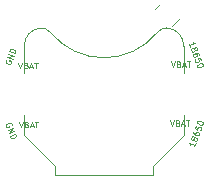
<source format=gbr>
G04 #@! TF.FileFunction,Legend,Top*
%FSLAX46Y46*%
G04 Gerber Fmt 4.6, Leading zero omitted, Abs format (unit mm)*
G04 Created by KiCad (PCBNEW 4.0.5+dfsg1-4) date Mon Mar 11 19:24:06 2019*
%MOMM*%
%LPD*%
G01*
G04 APERTURE LIST*
%ADD10C,0.100000*%
%ADD11C,0.050000*%
%ADD12C,0.120000*%
G04 APERTURE END LIST*
D10*
D11*
X57325000Y-21650000D02*
X57350000Y-21650000D01*
X56750000Y-22225000D02*
X57325000Y-21650000D01*
X55350000Y-20825000D02*
X55775000Y-20400000D01*
D10*
X43778572Y-30326190D02*
X43945239Y-30826190D01*
X44111905Y-30326190D01*
X44445238Y-30564286D02*
X44516667Y-30588095D01*
X44540476Y-30611905D01*
X44564286Y-30659524D01*
X44564286Y-30730952D01*
X44540476Y-30778571D01*
X44516667Y-30802381D01*
X44469048Y-30826190D01*
X44278572Y-30826190D01*
X44278572Y-30326190D01*
X44445238Y-30326190D01*
X44492857Y-30350000D01*
X44516667Y-30373810D01*
X44540476Y-30421429D01*
X44540476Y-30469048D01*
X44516667Y-30516667D01*
X44492857Y-30540476D01*
X44445238Y-30564286D01*
X44278572Y-30564286D01*
X44754762Y-30683333D02*
X44992857Y-30683333D01*
X44707143Y-30826190D02*
X44873810Y-30326190D01*
X45040476Y-30826190D01*
X45135714Y-30326190D02*
X45421428Y-30326190D01*
X45278571Y-30826190D02*
X45278571Y-30326190D01*
X58760676Y-32163064D02*
X58662956Y-32431548D01*
X58711816Y-32297306D02*
X58241970Y-32126296D01*
X58292804Y-32195473D01*
X58321265Y-32256507D01*
X58327352Y-32309398D01*
X58589913Y-31796861D02*
X58551253Y-31833465D01*
X58520735Y-31847695D01*
X58467845Y-31853782D01*
X58445472Y-31845639D01*
X58408868Y-31806978D01*
X58394637Y-31776462D01*
X58388550Y-31723571D01*
X58421123Y-31634076D01*
X58459784Y-31597473D01*
X58490301Y-31583242D01*
X58543192Y-31577156D01*
X58565565Y-31585299D01*
X58602169Y-31623959D01*
X58616399Y-31654476D01*
X58622486Y-31707367D01*
X58589913Y-31796861D01*
X58596000Y-31849752D01*
X58610230Y-31880268D01*
X58646834Y-31918929D01*
X58736328Y-31951502D01*
X58789219Y-31945415D01*
X58819736Y-31931185D01*
X58858396Y-31894581D01*
X58890969Y-31805087D01*
X58884883Y-31752196D01*
X58870652Y-31721679D01*
X58834048Y-31683019D01*
X58744554Y-31650445D01*
X58691663Y-31656532D01*
X58661147Y-31670763D01*
X58622486Y-31707367D01*
X58600276Y-31141857D02*
X58567703Y-31231351D01*
X58573790Y-31284242D01*
X58588021Y-31314759D01*
X58638855Y-31383936D01*
X58720206Y-31438883D01*
X58899195Y-31504030D01*
X58952085Y-31497942D01*
X58982603Y-31483713D01*
X59021262Y-31447109D01*
X59053836Y-31357614D01*
X59047749Y-31304724D01*
X59033519Y-31274206D01*
X58996915Y-31235547D01*
X58885047Y-31194830D01*
X58832157Y-31200917D01*
X58801639Y-31215147D01*
X58762979Y-31251751D01*
X58730406Y-31341246D01*
X58736492Y-31394136D01*
X58750723Y-31424653D01*
X58787327Y-31463313D01*
X58771286Y-30672011D02*
X58689853Y-30895747D01*
X58905446Y-30999555D01*
X58891216Y-30969037D01*
X58885129Y-30916147D01*
X58925846Y-30804279D01*
X58964506Y-30767675D01*
X58995023Y-30753444D01*
X59047914Y-30747358D01*
X59159781Y-30788074D01*
X59196385Y-30826734D01*
X59210616Y-30857252D01*
X59216702Y-30910142D01*
X59175986Y-31022010D01*
X59137326Y-31058614D01*
X59106808Y-31072844D01*
X58885293Y-30358780D02*
X58901579Y-30314033D01*
X58940240Y-30277429D01*
X58970757Y-30263200D01*
X59023648Y-30257112D01*
X59121286Y-30267312D01*
X59233153Y-30308029D01*
X59314505Y-30362975D01*
X59351108Y-30401636D01*
X59365339Y-30432153D01*
X59371426Y-30485043D01*
X59355139Y-30529790D01*
X59316479Y-30566394D01*
X59285962Y-30580625D01*
X59233071Y-30586711D01*
X59135433Y-30576512D01*
X59023566Y-30535796D01*
X58942215Y-30480848D01*
X58905611Y-30442188D01*
X58891380Y-30411671D01*
X58885293Y-30358780D01*
X42734783Y-25072474D02*
X42696123Y-25109077D01*
X42671693Y-25176198D01*
X42669637Y-25251463D01*
X42698097Y-25312496D01*
X42734701Y-25351156D01*
X42816052Y-25406104D01*
X42883173Y-25430534D01*
X42980811Y-25440733D01*
X43033702Y-25434647D01*
X43094736Y-25406186D01*
X43141539Y-25347208D01*
X43157826Y-25302461D01*
X43159882Y-25227197D01*
X43145652Y-25196680D01*
X42989037Y-25139676D01*
X42956464Y-25229171D01*
X43263689Y-25011603D02*
X42793843Y-24840593D01*
X43361409Y-24743120D01*
X42891563Y-24572110D01*
X43442843Y-24519383D02*
X42972996Y-24348373D01*
X43013713Y-24236505D01*
X43060517Y-24177527D01*
X43121551Y-24149067D01*
X43174441Y-24142980D01*
X43272079Y-24153180D01*
X43339201Y-24177610D01*
X43420552Y-24232557D01*
X43457156Y-24271217D01*
X43485616Y-24332251D01*
X43483559Y-24407515D01*
X43442843Y-24519383D01*
X43204630Y-30656516D02*
X43210717Y-30603626D01*
X43186287Y-30536505D01*
X43139483Y-30477527D01*
X43078449Y-30449067D01*
X43025559Y-30442980D01*
X42927921Y-30453180D01*
X42860799Y-30477610D01*
X42779448Y-30532557D01*
X42742844Y-30571217D01*
X42714384Y-30632251D01*
X42716441Y-30707515D01*
X42732728Y-30752262D01*
X42779530Y-30811240D01*
X42810048Y-30825470D01*
X42966663Y-30768467D01*
X42934090Y-30678973D01*
X42838591Y-31043120D02*
X43308437Y-30872110D01*
X42936311Y-31311603D01*
X43406157Y-31140593D01*
X43017745Y-31535340D02*
X43487591Y-31364330D01*
X43528307Y-31476198D01*
X43530363Y-31551463D01*
X43501903Y-31612496D01*
X43465299Y-31651156D01*
X43383948Y-31706104D01*
X43316827Y-31730534D01*
X43219189Y-31740733D01*
X43166298Y-31734647D01*
X43105264Y-31706186D01*
X43058461Y-31647208D01*
X43017745Y-31535340D01*
X43753572Y-25326190D02*
X43920239Y-25826190D01*
X44086905Y-25326190D01*
X44420238Y-25564286D02*
X44491667Y-25588095D01*
X44515476Y-25611905D01*
X44539286Y-25659524D01*
X44539286Y-25730952D01*
X44515476Y-25778571D01*
X44491667Y-25802381D01*
X44444048Y-25826190D01*
X44253572Y-25826190D01*
X44253572Y-25326190D01*
X44420238Y-25326190D01*
X44467857Y-25350000D01*
X44491667Y-25373810D01*
X44515476Y-25421429D01*
X44515476Y-25469048D01*
X44491667Y-25516667D01*
X44467857Y-25540476D01*
X44420238Y-25564286D01*
X44253572Y-25564286D01*
X44729762Y-25683333D02*
X44967857Y-25683333D01*
X44682143Y-25826190D02*
X44848810Y-25326190D01*
X45015476Y-25826190D01*
X45110714Y-25326190D02*
X45396428Y-25326190D01*
X45253571Y-25826190D02*
X45253571Y-25326190D01*
X56578572Y-30201190D02*
X56745239Y-30701190D01*
X56911905Y-30201190D01*
X57245238Y-30439286D02*
X57316667Y-30463095D01*
X57340476Y-30486905D01*
X57364286Y-30534524D01*
X57364286Y-30605952D01*
X57340476Y-30653571D01*
X57316667Y-30677381D01*
X57269048Y-30701190D01*
X57078572Y-30701190D01*
X57078572Y-30201190D01*
X57245238Y-30201190D01*
X57292857Y-30225000D01*
X57316667Y-30248810D01*
X57340476Y-30296429D01*
X57340476Y-30344048D01*
X57316667Y-30391667D01*
X57292857Y-30415476D01*
X57245238Y-30439286D01*
X57078572Y-30439286D01*
X57554762Y-30558333D02*
X57792857Y-30558333D01*
X57507143Y-30701190D02*
X57673810Y-30201190D01*
X57840476Y-30701190D01*
X57935714Y-30201190D02*
X58221428Y-30201190D01*
X58078571Y-30701190D02*
X58078571Y-30201190D01*
X56678572Y-25226190D02*
X56845239Y-25726190D01*
X57011905Y-25226190D01*
X57345238Y-25464286D02*
X57416667Y-25488095D01*
X57440476Y-25511905D01*
X57464286Y-25559524D01*
X57464286Y-25630952D01*
X57440476Y-25678571D01*
X57416667Y-25702381D01*
X57369048Y-25726190D01*
X57178572Y-25726190D01*
X57178572Y-25226190D01*
X57345238Y-25226190D01*
X57392857Y-25250000D01*
X57416667Y-25273810D01*
X57440476Y-25321429D01*
X57440476Y-25369048D01*
X57416667Y-25416667D01*
X57392857Y-25440476D01*
X57345238Y-25464286D01*
X57178572Y-25464286D01*
X57654762Y-25583333D02*
X57892857Y-25583333D01*
X57607143Y-25726190D02*
X57773810Y-25226190D01*
X57940476Y-25726190D01*
X58035714Y-25226190D02*
X58321428Y-25226190D01*
X58178571Y-25726190D02*
X58178571Y-25226190D01*
X58285578Y-23991659D02*
X58187858Y-23723175D01*
X58236718Y-23857417D02*
X58706564Y-23686407D01*
X58623156Y-23666090D01*
X58562122Y-23637629D01*
X58523462Y-23601026D01*
X58651781Y-24162422D02*
X58657868Y-24109532D01*
X58672098Y-24079015D01*
X58708702Y-24040354D01*
X58731075Y-24032211D01*
X58783966Y-24038299D01*
X58814483Y-24052528D01*
X58853144Y-24089132D01*
X58885717Y-24178626D01*
X58879630Y-24231517D01*
X58865399Y-24262035D01*
X58828795Y-24300695D01*
X58806422Y-24308838D01*
X58753532Y-24302751D01*
X58723014Y-24288521D01*
X58684354Y-24251917D01*
X58651781Y-24162422D01*
X58613120Y-24125818D01*
X58582604Y-24111588D01*
X58529713Y-24105501D01*
X58440219Y-24138074D01*
X58403615Y-24176735D01*
X58389384Y-24207252D01*
X58383298Y-24260142D01*
X58415871Y-24349637D01*
X58454531Y-24386241D01*
X58485048Y-24400471D01*
X58537939Y-24406558D01*
X58627433Y-24373984D01*
X58664037Y-24335325D01*
X58678267Y-24304807D01*
X58684354Y-24251917D01*
X59064871Y-24670846D02*
X59032297Y-24581351D01*
X58993636Y-24544748D01*
X58963119Y-24530518D01*
X58879712Y-24510201D01*
X58782074Y-24520400D01*
X58603085Y-24585547D01*
X58566482Y-24624207D01*
X58552251Y-24654724D01*
X58546164Y-24707614D01*
X58578738Y-24797109D01*
X58617397Y-24833713D01*
X58647915Y-24847943D01*
X58700805Y-24854030D01*
X58812673Y-24813313D01*
X58849277Y-24774654D01*
X58863508Y-24744136D01*
X58869594Y-24691246D01*
X58837021Y-24601751D01*
X58798361Y-24565147D01*
X58767844Y-24550918D01*
X58714953Y-24544830D01*
X59235881Y-25140692D02*
X59154447Y-24916956D01*
X58922567Y-24976016D01*
X58953084Y-24990246D01*
X58991744Y-25026850D01*
X59032461Y-25138718D01*
X59026374Y-25191608D01*
X59012144Y-25222126D01*
X58975540Y-25260786D01*
X58863672Y-25301502D01*
X58810782Y-25295416D01*
X58780264Y-25281185D01*
X58741604Y-25244581D01*
X58700888Y-25132713D01*
X58706974Y-25079823D01*
X58721205Y-25049305D01*
X59349887Y-25453923D02*
X59366174Y-25498670D01*
X59360086Y-25551561D01*
X59345856Y-25582077D01*
X59309252Y-25620738D01*
X59227901Y-25675685D01*
X59116033Y-25716401D01*
X59018395Y-25726601D01*
X58965505Y-25720514D01*
X58934987Y-25706284D01*
X58896328Y-25669680D01*
X58880041Y-25624933D01*
X58886127Y-25572042D01*
X58900358Y-25541525D01*
X58936962Y-25502865D01*
X59018313Y-25447918D01*
X59130181Y-25407201D01*
X59227819Y-25397002D01*
X59280709Y-25403088D01*
X59311226Y-25417319D01*
X59349887Y-25453923D01*
D12*
X45585385Y-22415840D02*
G75*
G02X46500000Y-22800000I124615J-984160D01*
G01*
X56414615Y-22415840D02*
G75*
G03X55500000Y-22800000I-124615J-984160D01*
G01*
X46509339Y-22811329D02*
G75*
G03X55500000Y-22800000I4490661J3711329D01*
G01*
X44250000Y-23950000D02*
G75*
G02X45700000Y-22400000I1500000J50000D01*
G01*
X57750000Y-23950000D02*
G75*
G03X56300000Y-22400000I-1500000J50000D01*
G01*
X44250000Y-26200000D02*
X44250000Y-23900000D01*
X57750000Y-26200000D02*
X57750000Y-23900000D01*
X57750000Y-29800000D02*
X57750000Y-31450000D01*
X57750000Y-31450000D02*
X55150000Y-34050000D01*
X55150000Y-34050000D02*
X55150000Y-34850000D01*
X55150000Y-34850000D02*
X46850000Y-34850000D01*
X46850000Y-34850000D02*
X46850000Y-34050000D01*
X46850000Y-34050000D02*
X44250000Y-31450000D01*
X44250000Y-31450000D02*
X44250000Y-29800000D01*
M02*

</source>
